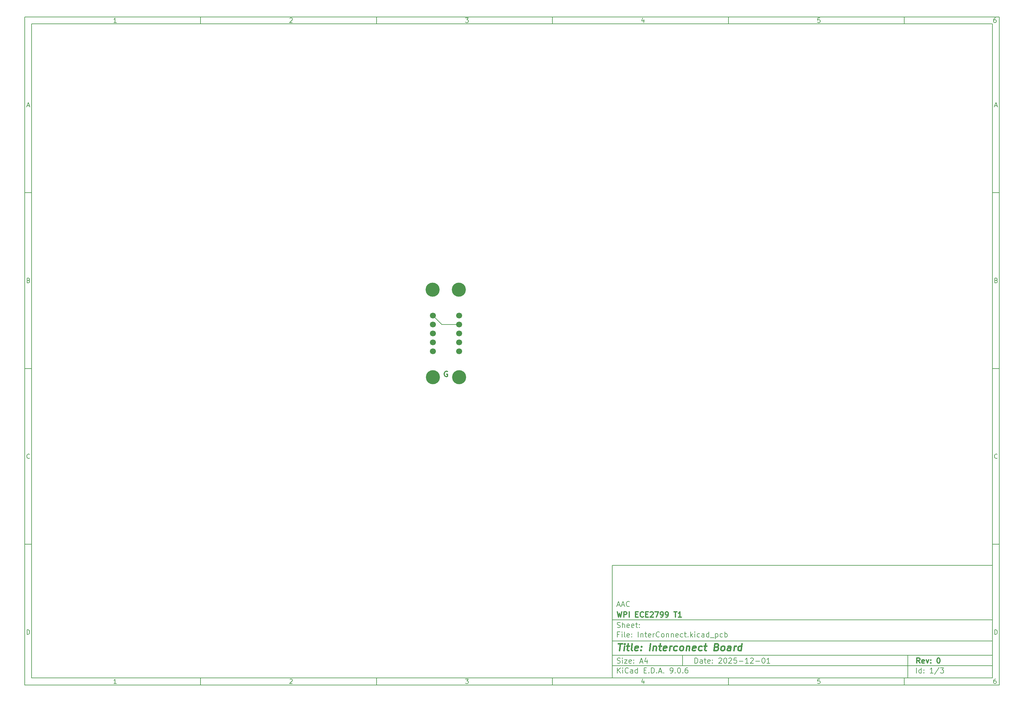
<source format=gbr>
%TF.GenerationSoftware,KiCad,Pcbnew,9.0.6*%
%TF.CreationDate,2025-12-02T11:08:25-05:00*%
%TF.ProjectId,InterConnect,496e7465-7243-46f6-9e6e-6563742e6b69,0*%
%TF.SameCoordinates,Original*%
%TF.FileFunction,Copper,L1,Top*%
%TF.FilePolarity,Positive*%
%FSLAX46Y46*%
G04 Gerber Fmt 4.6, Leading zero omitted, Abs format (unit mm)*
G04 Created by KiCad (PCBNEW 9.0.6) date 2025-12-02 11:08:25*
%MOMM*%
%LPD*%
G01*
G04 APERTURE LIST*
%ADD10C,0.100000*%
%ADD11C,0.150000*%
%ADD12C,0.300000*%
%ADD13C,0.400000*%
%TA.AperFunction,NonConductor*%
%ADD14C,0.300000*%
%TD*%
%TA.AperFunction,ComponentPad*%
%ADD15C,4.000000*%
%TD*%
%TA.AperFunction,ComponentPad*%
%ADD16C,1.700000*%
%TD*%
%TA.AperFunction,Conductor*%
%ADD17C,0.200000*%
%TD*%
G04 APERTURE END LIST*
D10*
D11*
X177002200Y-166007200D02*
X285002200Y-166007200D01*
X285002200Y-198007200D01*
X177002200Y-198007200D01*
X177002200Y-166007200D01*
D10*
D11*
X10000000Y-10000000D02*
X287002200Y-10000000D01*
X287002200Y-200007200D01*
X10000000Y-200007200D01*
X10000000Y-10000000D01*
D10*
D11*
X12000000Y-12000000D02*
X285002200Y-12000000D01*
X285002200Y-198007200D01*
X12000000Y-198007200D01*
X12000000Y-12000000D01*
D10*
D11*
X60000000Y-12000000D02*
X60000000Y-10000000D01*
D10*
D11*
X110000000Y-12000000D02*
X110000000Y-10000000D01*
D10*
D11*
X160000000Y-12000000D02*
X160000000Y-10000000D01*
D10*
D11*
X210000000Y-12000000D02*
X210000000Y-10000000D01*
D10*
D11*
X260000000Y-12000000D02*
X260000000Y-10000000D01*
D10*
D11*
X36089160Y-11593604D02*
X35346303Y-11593604D01*
X35717731Y-11593604D02*
X35717731Y-10293604D01*
X35717731Y-10293604D02*
X35593922Y-10479319D01*
X35593922Y-10479319D02*
X35470112Y-10603128D01*
X35470112Y-10603128D02*
X35346303Y-10665033D01*
D10*
D11*
X85346303Y-10417414D02*
X85408207Y-10355509D01*
X85408207Y-10355509D02*
X85532017Y-10293604D01*
X85532017Y-10293604D02*
X85841541Y-10293604D01*
X85841541Y-10293604D02*
X85965350Y-10355509D01*
X85965350Y-10355509D02*
X86027255Y-10417414D01*
X86027255Y-10417414D02*
X86089160Y-10541223D01*
X86089160Y-10541223D02*
X86089160Y-10665033D01*
X86089160Y-10665033D02*
X86027255Y-10850747D01*
X86027255Y-10850747D02*
X85284398Y-11593604D01*
X85284398Y-11593604D02*
X86089160Y-11593604D01*
D10*
D11*
X135284398Y-10293604D02*
X136089160Y-10293604D01*
X136089160Y-10293604D02*
X135655826Y-10788842D01*
X135655826Y-10788842D02*
X135841541Y-10788842D01*
X135841541Y-10788842D02*
X135965350Y-10850747D01*
X135965350Y-10850747D02*
X136027255Y-10912652D01*
X136027255Y-10912652D02*
X136089160Y-11036461D01*
X136089160Y-11036461D02*
X136089160Y-11345985D01*
X136089160Y-11345985D02*
X136027255Y-11469795D01*
X136027255Y-11469795D02*
X135965350Y-11531700D01*
X135965350Y-11531700D02*
X135841541Y-11593604D01*
X135841541Y-11593604D02*
X135470112Y-11593604D01*
X135470112Y-11593604D02*
X135346303Y-11531700D01*
X135346303Y-11531700D02*
X135284398Y-11469795D01*
D10*
D11*
X185965350Y-10726938D02*
X185965350Y-11593604D01*
X185655826Y-10231700D02*
X185346303Y-11160271D01*
X185346303Y-11160271D02*
X186151064Y-11160271D01*
D10*
D11*
X236027255Y-10293604D02*
X235408207Y-10293604D01*
X235408207Y-10293604D02*
X235346303Y-10912652D01*
X235346303Y-10912652D02*
X235408207Y-10850747D01*
X235408207Y-10850747D02*
X235532017Y-10788842D01*
X235532017Y-10788842D02*
X235841541Y-10788842D01*
X235841541Y-10788842D02*
X235965350Y-10850747D01*
X235965350Y-10850747D02*
X236027255Y-10912652D01*
X236027255Y-10912652D02*
X236089160Y-11036461D01*
X236089160Y-11036461D02*
X236089160Y-11345985D01*
X236089160Y-11345985D02*
X236027255Y-11469795D01*
X236027255Y-11469795D02*
X235965350Y-11531700D01*
X235965350Y-11531700D02*
X235841541Y-11593604D01*
X235841541Y-11593604D02*
X235532017Y-11593604D01*
X235532017Y-11593604D02*
X235408207Y-11531700D01*
X235408207Y-11531700D02*
X235346303Y-11469795D01*
D10*
D11*
X285965350Y-10293604D02*
X285717731Y-10293604D01*
X285717731Y-10293604D02*
X285593922Y-10355509D01*
X285593922Y-10355509D02*
X285532017Y-10417414D01*
X285532017Y-10417414D02*
X285408207Y-10603128D01*
X285408207Y-10603128D02*
X285346303Y-10850747D01*
X285346303Y-10850747D02*
X285346303Y-11345985D01*
X285346303Y-11345985D02*
X285408207Y-11469795D01*
X285408207Y-11469795D02*
X285470112Y-11531700D01*
X285470112Y-11531700D02*
X285593922Y-11593604D01*
X285593922Y-11593604D02*
X285841541Y-11593604D01*
X285841541Y-11593604D02*
X285965350Y-11531700D01*
X285965350Y-11531700D02*
X286027255Y-11469795D01*
X286027255Y-11469795D02*
X286089160Y-11345985D01*
X286089160Y-11345985D02*
X286089160Y-11036461D01*
X286089160Y-11036461D02*
X286027255Y-10912652D01*
X286027255Y-10912652D02*
X285965350Y-10850747D01*
X285965350Y-10850747D02*
X285841541Y-10788842D01*
X285841541Y-10788842D02*
X285593922Y-10788842D01*
X285593922Y-10788842D02*
X285470112Y-10850747D01*
X285470112Y-10850747D02*
X285408207Y-10912652D01*
X285408207Y-10912652D02*
X285346303Y-11036461D01*
D10*
D11*
X60000000Y-198007200D02*
X60000000Y-200007200D01*
D10*
D11*
X110000000Y-198007200D02*
X110000000Y-200007200D01*
D10*
D11*
X160000000Y-198007200D02*
X160000000Y-200007200D01*
D10*
D11*
X210000000Y-198007200D02*
X210000000Y-200007200D01*
D10*
D11*
X260000000Y-198007200D02*
X260000000Y-200007200D01*
D10*
D11*
X36089160Y-199600804D02*
X35346303Y-199600804D01*
X35717731Y-199600804D02*
X35717731Y-198300804D01*
X35717731Y-198300804D02*
X35593922Y-198486519D01*
X35593922Y-198486519D02*
X35470112Y-198610328D01*
X35470112Y-198610328D02*
X35346303Y-198672233D01*
D10*
D11*
X85346303Y-198424614D02*
X85408207Y-198362709D01*
X85408207Y-198362709D02*
X85532017Y-198300804D01*
X85532017Y-198300804D02*
X85841541Y-198300804D01*
X85841541Y-198300804D02*
X85965350Y-198362709D01*
X85965350Y-198362709D02*
X86027255Y-198424614D01*
X86027255Y-198424614D02*
X86089160Y-198548423D01*
X86089160Y-198548423D02*
X86089160Y-198672233D01*
X86089160Y-198672233D02*
X86027255Y-198857947D01*
X86027255Y-198857947D02*
X85284398Y-199600804D01*
X85284398Y-199600804D02*
X86089160Y-199600804D01*
D10*
D11*
X135284398Y-198300804D02*
X136089160Y-198300804D01*
X136089160Y-198300804D02*
X135655826Y-198796042D01*
X135655826Y-198796042D02*
X135841541Y-198796042D01*
X135841541Y-198796042D02*
X135965350Y-198857947D01*
X135965350Y-198857947D02*
X136027255Y-198919852D01*
X136027255Y-198919852D02*
X136089160Y-199043661D01*
X136089160Y-199043661D02*
X136089160Y-199353185D01*
X136089160Y-199353185D02*
X136027255Y-199476995D01*
X136027255Y-199476995D02*
X135965350Y-199538900D01*
X135965350Y-199538900D02*
X135841541Y-199600804D01*
X135841541Y-199600804D02*
X135470112Y-199600804D01*
X135470112Y-199600804D02*
X135346303Y-199538900D01*
X135346303Y-199538900D02*
X135284398Y-199476995D01*
D10*
D11*
X185965350Y-198734138D02*
X185965350Y-199600804D01*
X185655826Y-198238900D02*
X185346303Y-199167471D01*
X185346303Y-199167471D02*
X186151064Y-199167471D01*
D10*
D11*
X236027255Y-198300804D02*
X235408207Y-198300804D01*
X235408207Y-198300804D02*
X235346303Y-198919852D01*
X235346303Y-198919852D02*
X235408207Y-198857947D01*
X235408207Y-198857947D02*
X235532017Y-198796042D01*
X235532017Y-198796042D02*
X235841541Y-198796042D01*
X235841541Y-198796042D02*
X235965350Y-198857947D01*
X235965350Y-198857947D02*
X236027255Y-198919852D01*
X236027255Y-198919852D02*
X236089160Y-199043661D01*
X236089160Y-199043661D02*
X236089160Y-199353185D01*
X236089160Y-199353185D02*
X236027255Y-199476995D01*
X236027255Y-199476995D02*
X235965350Y-199538900D01*
X235965350Y-199538900D02*
X235841541Y-199600804D01*
X235841541Y-199600804D02*
X235532017Y-199600804D01*
X235532017Y-199600804D02*
X235408207Y-199538900D01*
X235408207Y-199538900D02*
X235346303Y-199476995D01*
D10*
D11*
X285965350Y-198300804D02*
X285717731Y-198300804D01*
X285717731Y-198300804D02*
X285593922Y-198362709D01*
X285593922Y-198362709D02*
X285532017Y-198424614D01*
X285532017Y-198424614D02*
X285408207Y-198610328D01*
X285408207Y-198610328D02*
X285346303Y-198857947D01*
X285346303Y-198857947D02*
X285346303Y-199353185D01*
X285346303Y-199353185D02*
X285408207Y-199476995D01*
X285408207Y-199476995D02*
X285470112Y-199538900D01*
X285470112Y-199538900D02*
X285593922Y-199600804D01*
X285593922Y-199600804D02*
X285841541Y-199600804D01*
X285841541Y-199600804D02*
X285965350Y-199538900D01*
X285965350Y-199538900D02*
X286027255Y-199476995D01*
X286027255Y-199476995D02*
X286089160Y-199353185D01*
X286089160Y-199353185D02*
X286089160Y-199043661D01*
X286089160Y-199043661D02*
X286027255Y-198919852D01*
X286027255Y-198919852D02*
X285965350Y-198857947D01*
X285965350Y-198857947D02*
X285841541Y-198796042D01*
X285841541Y-198796042D02*
X285593922Y-198796042D01*
X285593922Y-198796042D02*
X285470112Y-198857947D01*
X285470112Y-198857947D02*
X285408207Y-198919852D01*
X285408207Y-198919852D02*
X285346303Y-199043661D01*
D10*
D11*
X10000000Y-60000000D02*
X12000000Y-60000000D01*
D10*
D11*
X10000000Y-110000000D02*
X12000000Y-110000000D01*
D10*
D11*
X10000000Y-160000000D02*
X12000000Y-160000000D01*
D10*
D11*
X10690476Y-35222176D02*
X11309523Y-35222176D01*
X10566666Y-35593604D02*
X10999999Y-34293604D01*
X10999999Y-34293604D02*
X11433333Y-35593604D01*
D10*
D11*
X11092857Y-84912652D02*
X11278571Y-84974557D01*
X11278571Y-84974557D02*
X11340476Y-85036461D01*
X11340476Y-85036461D02*
X11402380Y-85160271D01*
X11402380Y-85160271D02*
X11402380Y-85345985D01*
X11402380Y-85345985D02*
X11340476Y-85469795D01*
X11340476Y-85469795D02*
X11278571Y-85531700D01*
X11278571Y-85531700D02*
X11154761Y-85593604D01*
X11154761Y-85593604D02*
X10659523Y-85593604D01*
X10659523Y-85593604D02*
X10659523Y-84293604D01*
X10659523Y-84293604D02*
X11092857Y-84293604D01*
X11092857Y-84293604D02*
X11216666Y-84355509D01*
X11216666Y-84355509D02*
X11278571Y-84417414D01*
X11278571Y-84417414D02*
X11340476Y-84541223D01*
X11340476Y-84541223D02*
X11340476Y-84665033D01*
X11340476Y-84665033D02*
X11278571Y-84788842D01*
X11278571Y-84788842D02*
X11216666Y-84850747D01*
X11216666Y-84850747D02*
X11092857Y-84912652D01*
X11092857Y-84912652D02*
X10659523Y-84912652D01*
D10*
D11*
X11402380Y-135469795D02*
X11340476Y-135531700D01*
X11340476Y-135531700D02*
X11154761Y-135593604D01*
X11154761Y-135593604D02*
X11030952Y-135593604D01*
X11030952Y-135593604D02*
X10845238Y-135531700D01*
X10845238Y-135531700D02*
X10721428Y-135407890D01*
X10721428Y-135407890D02*
X10659523Y-135284080D01*
X10659523Y-135284080D02*
X10597619Y-135036461D01*
X10597619Y-135036461D02*
X10597619Y-134850747D01*
X10597619Y-134850747D02*
X10659523Y-134603128D01*
X10659523Y-134603128D02*
X10721428Y-134479319D01*
X10721428Y-134479319D02*
X10845238Y-134355509D01*
X10845238Y-134355509D02*
X11030952Y-134293604D01*
X11030952Y-134293604D02*
X11154761Y-134293604D01*
X11154761Y-134293604D02*
X11340476Y-134355509D01*
X11340476Y-134355509D02*
X11402380Y-134417414D01*
D10*
D11*
X10659523Y-185593604D02*
X10659523Y-184293604D01*
X10659523Y-184293604D02*
X10969047Y-184293604D01*
X10969047Y-184293604D02*
X11154761Y-184355509D01*
X11154761Y-184355509D02*
X11278571Y-184479319D01*
X11278571Y-184479319D02*
X11340476Y-184603128D01*
X11340476Y-184603128D02*
X11402380Y-184850747D01*
X11402380Y-184850747D02*
X11402380Y-185036461D01*
X11402380Y-185036461D02*
X11340476Y-185284080D01*
X11340476Y-185284080D02*
X11278571Y-185407890D01*
X11278571Y-185407890D02*
X11154761Y-185531700D01*
X11154761Y-185531700D02*
X10969047Y-185593604D01*
X10969047Y-185593604D02*
X10659523Y-185593604D01*
D10*
D11*
X287002200Y-60000000D02*
X285002200Y-60000000D01*
D10*
D11*
X287002200Y-110000000D02*
X285002200Y-110000000D01*
D10*
D11*
X287002200Y-160000000D02*
X285002200Y-160000000D01*
D10*
D11*
X285692676Y-35222176D02*
X286311723Y-35222176D01*
X285568866Y-35593604D02*
X286002199Y-34293604D01*
X286002199Y-34293604D02*
X286435533Y-35593604D01*
D10*
D11*
X286095057Y-84912652D02*
X286280771Y-84974557D01*
X286280771Y-84974557D02*
X286342676Y-85036461D01*
X286342676Y-85036461D02*
X286404580Y-85160271D01*
X286404580Y-85160271D02*
X286404580Y-85345985D01*
X286404580Y-85345985D02*
X286342676Y-85469795D01*
X286342676Y-85469795D02*
X286280771Y-85531700D01*
X286280771Y-85531700D02*
X286156961Y-85593604D01*
X286156961Y-85593604D02*
X285661723Y-85593604D01*
X285661723Y-85593604D02*
X285661723Y-84293604D01*
X285661723Y-84293604D02*
X286095057Y-84293604D01*
X286095057Y-84293604D02*
X286218866Y-84355509D01*
X286218866Y-84355509D02*
X286280771Y-84417414D01*
X286280771Y-84417414D02*
X286342676Y-84541223D01*
X286342676Y-84541223D02*
X286342676Y-84665033D01*
X286342676Y-84665033D02*
X286280771Y-84788842D01*
X286280771Y-84788842D02*
X286218866Y-84850747D01*
X286218866Y-84850747D02*
X286095057Y-84912652D01*
X286095057Y-84912652D02*
X285661723Y-84912652D01*
D10*
D11*
X286404580Y-135469795D02*
X286342676Y-135531700D01*
X286342676Y-135531700D02*
X286156961Y-135593604D01*
X286156961Y-135593604D02*
X286033152Y-135593604D01*
X286033152Y-135593604D02*
X285847438Y-135531700D01*
X285847438Y-135531700D02*
X285723628Y-135407890D01*
X285723628Y-135407890D02*
X285661723Y-135284080D01*
X285661723Y-135284080D02*
X285599819Y-135036461D01*
X285599819Y-135036461D02*
X285599819Y-134850747D01*
X285599819Y-134850747D02*
X285661723Y-134603128D01*
X285661723Y-134603128D02*
X285723628Y-134479319D01*
X285723628Y-134479319D02*
X285847438Y-134355509D01*
X285847438Y-134355509D02*
X286033152Y-134293604D01*
X286033152Y-134293604D02*
X286156961Y-134293604D01*
X286156961Y-134293604D02*
X286342676Y-134355509D01*
X286342676Y-134355509D02*
X286404580Y-134417414D01*
D10*
D11*
X285661723Y-185593604D02*
X285661723Y-184293604D01*
X285661723Y-184293604D02*
X285971247Y-184293604D01*
X285971247Y-184293604D02*
X286156961Y-184355509D01*
X286156961Y-184355509D02*
X286280771Y-184479319D01*
X286280771Y-184479319D02*
X286342676Y-184603128D01*
X286342676Y-184603128D02*
X286404580Y-184850747D01*
X286404580Y-184850747D02*
X286404580Y-185036461D01*
X286404580Y-185036461D02*
X286342676Y-185284080D01*
X286342676Y-185284080D02*
X286280771Y-185407890D01*
X286280771Y-185407890D02*
X286156961Y-185531700D01*
X286156961Y-185531700D02*
X285971247Y-185593604D01*
X285971247Y-185593604D02*
X285661723Y-185593604D01*
D10*
D11*
X200458026Y-193793328D02*
X200458026Y-192293328D01*
X200458026Y-192293328D02*
X200815169Y-192293328D01*
X200815169Y-192293328D02*
X201029455Y-192364757D01*
X201029455Y-192364757D02*
X201172312Y-192507614D01*
X201172312Y-192507614D02*
X201243741Y-192650471D01*
X201243741Y-192650471D02*
X201315169Y-192936185D01*
X201315169Y-192936185D02*
X201315169Y-193150471D01*
X201315169Y-193150471D02*
X201243741Y-193436185D01*
X201243741Y-193436185D02*
X201172312Y-193579042D01*
X201172312Y-193579042D02*
X201029455Y-193721900D01*
X201029455Y-193721900D02*
X200815169Y-193793328D01*
X200815169Y-193793328D02*
X200458026Y-193793328D01*
X202600884Y-193793328D02*
X202600884Y-193007614D01*
X202600884Y-193007614D02*
X202529455Y-192864757D01*
X202529455Y-192864757D02*
X202386598Y-192793328D01*
X202386598Y-192793328D02*
X202100884Y-192793328D01*
X202100884Y-192793328D02*
X201958026Y-192864757D01*
X202600884Y-193721900D02*
X202458026Y-193793328D01*
X202458026Y-193793328D02*
X202100884Y-193793328D01*
X202100884Y-193793328D02*
X201958026Y-193721900D01*
X201958026Y-193721900D02*
X201886598Y-193579042D01*
X201886598Y-193579042D02*
X201886598Y-193436185D01*
X201886598Y-193436185D02*
X201958026Y-193293328D01*
X201958026Y-193293328D02*
X202100884Y-193221900D01*
X202100884Y-193221900D02*
X202458026Y-193221900D01*
X202458026Y-193221900D02*
X202600884Y-193150471D01*
X203100884Y-192793328D02*
X203672312Y-192793328D01*
X203315169Y-192293328D02*
X203315169Y-193579042D01*
X203315169Y-193579042D02*
X203386598Y-193721900D01*
X203386598Y-193721900D02*
X203529455Y-193793328D01*
X203529455Y-193793328D02*
X203672312Y-193793328D01*
X204743741Y-193721900D02*
X204600884Y-193793328D01*
X204600884Y-193793328D02*
X204315170Y-193793328D01*
X204315170Y-193793328D02*
X204172312Y-193721900D01*
X204172312Y-193721900D02*
X204100884Y-193579042D01*
X204100884Y-193579042D02*
X204100884Y-193007614D01*
X204100884Y-193007614D02*
X204172312Y-192864757D01*
X204172312Y-192864757D02*
X204315170Y-192793328D01*
X204315170Y-192793328D02*
X204600884Y-192793328D01*
X204600884Y-192793328D02*
X204743741Y-192864757D01*
X204743741Y-192864757D02*
X204815170Y-193007614D01*
X204815170Y-193007614D02*
X204815170Y-193150471D01*
X204815170Y-193150471D02*
X204100884Y-193293328D01*
X205458026Y-193650471D02*
X205529455Y-193721900D01*
X205529455Y-193721900D02*
X205458026Y-193793328D01*
X205458026Y-193793328D02*
X205386598Y-193721900D01*
X205386598Y-193721900D02*
X205458026Y-193650471D01*
X205458026Y-193650471D02*
X205458026Y-193793328D01*
X205458026Y-192864757D02*
X205529455Y-192936185D01*
X205529455Y-192936185D02*
X205458026Y-193007614D01*
X205458026Y-193007614D02*
X205386598Y-192936185D01*
X205386598Y-192936185D02*
X205458026Y-192864757D01*
X205458026Y-192864757D02*
X205458026Y-193007614D01*
X207243741Y-192436185D02*
X207315169Y-192364757D01*
X207315169Y-192364757D02*
X207458027Y-192293328D01*
X207458027Y-192293328D02*
X207815169Y-192293328D01*
X207815169Y-192293328D02*
X207958027Y-192364757D01*
X207958027Y-192364757D02*
X208029455Y-192436185D01*
X208029455Y-192436185D02*
X208100884Y-192579042D01*
X208100884Y-192579042D02*
X208100884Y-192721900D01*
X208100884Y-192721900D02*
X208029455Y-192936185D01*
X208029455Y-192936185D02*
X207172312Y-193793328D01*
X207172312Y-193793328D02*
X208100884Y-193793328D01*
X209029455Y-192293328D02*
X209172312Y-192293328D01*
X209172312Y-192293328D02*
X209315169Y-192364757D01*
X209315169Y-192364757D02*
X209386598Y-192436185D01*
X209386598Y-192436185D02*
X209458026Y-192579042D01*
X209458026Y-192579042D02*
X209529455Y-192864757D01*
X209529455Y-192864757D02*
X209529455Y-193221900D01*
X209529455Y-193221900D02*
X209458026Y-193507614D01*
X209458026Y-193507614D02*
X209386598Y-193650471D01*
X209386598Y-193650471D02*
X209315169Y-193721900D01*
X209315169Y-193721900D02*
X209172312Y-193793328D01*
X209172312Y-193793328D02*
X209029455Y-193793328D01*
X209029455Y-193793328D02*
X208886598Y-193721900D01*
X208886598Y-193721900D02*
X208815169Y-193650471D01*
X208815169Y-193650471D02*
X208743740Y-193507614D01*
X208743740Y-193507614D02*
X208672312Y-193221900D01*
X208672312Y-193221900D02*
X208672312Y-192864757D01*
X208672312Y-192864757D02*
X208743740Y-192579042D01*
X208743740Y-192579042D02*
X208815169Y-192436185D01*
X208815169Y-192436185D02*
X208886598Y-192364757D01*
X208886598Y-192364757D02*
X209029455Y-192293328D01*
X210100883Y-192436185D02*
X210172311Y-192364757D01*
X210172311Y-192364757D02*
X210315169Y-192293328D01*
X210315169Y-192293328D02*
X210672311Y-192293328D01*
X210672311Y-192293328D02*
X210815169Y-192364757D01*
X210815169Y-192364757D02*
X210886597Y-192436185D01*
X210886597Y-192436185D02*
X210958026Y-192579042D01*
X210958026Y-192579042D02*
X210958026Y-192721900D01*
X210958026Y-192721900D02*
X210886597Y-192936185D01*
X210886597Y-192936185D02*
X210029454Y-193793328D01*
X210029454Y-193793328D02*
X210958026Y-193793328D01*
X212315168Y-192293328D02*
X211600882Y-192293328D01*
X211600882Y-192293328D02*
X211529454Y-193007614D01*
X211529454Y-193007614D02*
X211600882Y-192936185D01*
X211600882Y-192936185D02*
X211743740Y-192864757D01*
X211743740Y-192864757D02*
X212100882Y-192864757D01*
X212100882Y-192864757D02*
X212243740Y-192936185D01*
X212243740Y-192936185D02*
X212315168Y-193007614D01*
X212315168Y-193007614D02*
X212386597Y-193150471D01*
X212386597Y-193150471D02*
X212386597Y-193507614D01*
X212386597Y-193507614D02*
X212315168Y-193650471D01*
X212315168Y-193650471D02*
X212243740Y-193721900D01*
X212243740Y-193721900D02*
X212100882Y-193793328D01*
X212100882Y-193793328D02*
X211743740Y-193793328D01*
X211743740Y-193793328D02*
X211600882Y-193721900D01*
X211600882Y-193721900D02*
X211529454Y-193650471D01*
X213029453Y-193221900D02*
X214172311Y-193221900D01*
X215672311Y-193793328D02*
X214815168Y-193793328D01*
X215243739Y-193793328D02*
X215243739Y-192293328D01*
X215243739Y-192293328D02*
X215100882Y-192507614D01*
X215100882Y-192507614D02*
X214958025Y-192650471D01*
X214958025Y-192650471D02*
X214815168Y-192721900D01*
X216243739Y-192436185D02*
X216315167Y-192364757D01*
X216315167Y-192364757D02*
X216458025Y-192293328D01*
X216458025Y-192293328D02*
X216815167Y-192293328D01*
X216815167Y-192293328D02*
X216958025Y-192364757D01*
X216958025Y-192364757D02*
X217029453Y-192436185D01*
X217029453Y-192436185D02*
X217100882Y-192579042D01*
X217100882Y-192579042D02*
X217100882Y-192721900D01*
X217100882Y-192721900D02*
X217029453Y-192936185D01*
X217029453Y-192936185D02*
X216172310Y-193793328D01*
X216172310Y-193793328D02*
X217100882Y-193793328D01*
X217743738Y-193221900D02*
X218886596Y-193221900D01*
X219886596Y-192293328D02*
X220029453Y-192293328D01*
X220029453Y-192293328D02*
X220172310Y-192364757D01*
X220172310Y-192364757D02*
X220243739Y-192436185D01*
X220243739Y-192436185D02*
X220315167Y-192579042D01*
X220315167Y-192579042D02*
X220386596Y-192864757D01*
X220386596Y-192864757D02*
X220386596Y-193221900D01*
X220386596Y-193221900D02*
X220315167Y-193507614D01*
X220315167Y-193507614D02*
X220243739Y-193650471D01*
X220243739Y-193650471D02*
X220172310Y-193721900D01*
X220172310Y-193721900D02*
X220029453Y-193793328D01*
X220029453Y-193793328D02*
X219886596Y-193793328D01*
X219886596Y-193793328D02*
X219743739Y-193721900D01*
X219743739Y-193721900D02*
X219672310Y-193650471D01*
X219672310Y-193650471D02*
X219600881Y-193507614D01*
X219600881Y-193507614D02*
X219529453Y-193221900D01*
X219529453Y-193221900D02*
X219529453Y-192864757D01*
X219529453Y-192864757D02*
X219600881Y-192579042D01*
X219600881Y-192579042D02*
X219672310Y-192436185D01*
X219672310Y-192436185D02*
X219743739Y-192364757D01*
X219743739Y-192364757D02*
X219886596Y-192293328D01*
X221815167Y-193793328D02*
X220958024Y-193793328D01*
X221386595Y-193793328D02*
X221386595Y-192293328D01*
X221386595Y-192293328D02*
X221243738Y-192507614D01*
X221243738Y-192507614D02*
X221100881Y-192650471D01*
X221100881Y-192650471D02*
X220958024Y-192721900D01*
D10*
D11*
X177002200Y-194507200D02*
X285002200Y-194507200D01*
D10*
D11*
X178458026Y-196593328D02*
X178458026Y-195093328D01*
X179315169Y-196593328D02*
X178672312Y-195736185D01*
X179315169Y-195093328D02*
X178458026Y-195950471D01*
X179958026Y-196593328D02*
X179958026Y-195593328D01*
X179958026Y-195093328D02*
X179886598Y-195164757D01*
X179886598Y-195164757D02*
X179958026Y-195236185D01*
X179958026Y-195236185D02*
X180029455Y-195164757D01*
X180029455Y-195164757D02*
X179958026Y-195093328D01*
X179958026Y-195093328D02*
X179958026Y-195236185D01*
X181529455Y-196450471D02*
X181458027Y-196521900D01*
X181458027Y-196521900D02*
X181243741Y-196593328D01*
X181243741Y-196593328D02*
X181100884Y-196593328D01*
X181100884Y-196593328D02*
X180886598Y-196521900D01*
X180886598Y-196521900D02*
X180743741Y-196379042D01*
X180743741Y-196379042D02*
X180672312Y-196236185D01*
X180672312Y-196236185D02*
X180600884Y-195950471D01*
X180600884Y-195950471D02*
X180600884Y-195736185D01*
X180600884Y-195736185D02*
X180672312Y-195450471D01*
X180672312Y-195450471D02*
X180743741Y-195307614D01*
X180743741Y-195307614D02*
X180886598Y-195164757D01*
X180886598Y-195164757D02*
X181100884Y-195093328D01*
X181100884Y-195093328D02*
X181243741Y-195093328D01*
X181243741Y-195093328D02*
X181458027Y-195164757D01*
X181458027Y-195164757D02*
X181529455Y-195236185D01*
X182815170Y-196593328D02*
X182815170Y-195807614D01*
X182815170Y-195807614D02*
X182743741Y-195664757D01*
X182743741Y-195664757D02*
X182600884Y-195593328D01*
X182600884Y-195593328D02*
X182315170Y-195593328D01*
X182315170Y-195593328D02*
X182172312Y-195664757D01*
X182815170Y-196521900D02*
X182672312Y-196593328D01*
X182672312Y-196593328D02*
X182315170Y-196593328D01*
X182315170Y-196593328D02*
X182172312Y-196521900D01*
X182172312Y-196521900D02*
X182100884Y-196379042D01*
X182100884Y-196379042D02*
X182100884Y-196236185D01*
X182100884Y-196236185D02*
X182172312Y-196093328D01*
X182172312Y-196093328D02*
X182315170Y-196021900D01*
X182315170Y-196021900D02*
X182672312Y-196021900D01*
X182672312Y-196021900D02*
X182815170Y-195950471D01*
X184172313Y-196593328D02*
X184172313Y-195093328D01*
X184172313Y-196521900D02*
X184029455Y-196593328D01*
X184029455Y-196593328D02*
X183743741Y-196593328D01*
X183743741Y-196593328D02*
X183600884Y-196521900D01*
X183600884Y-196521900D02*
X183529455Y-196450471D01*
X183529455Y-196450471D02*
X183458027Y-196307614D01*
X183458027Y-196307614D02*
X183458027Y-195879042D01*
X183458027Y-195879042D02*
X183529455Y-195736185D01*
X183529455Y-195736185D02*
X183600884Y-195664757D01*
X183600884Y-195664757D02*
X183743741Y-195593328D01*
X183743741Y-195593328D02*
X184029455Y-195593328D01*
X184029455Y-195593328D02*
X184172313Y-195664757D01*
X186029455Y-195807614D02*
X186529455Y-195807614D01*
X186743741Y-196593328D02*
X186029455Y-196593328D01*
X186029455Y-196593328D02*
X186029455Y-195093328D01*
X186029455Y-195093328D02*
X186743741Y-195093328D01*
X187386598Y-196450471D02*
X187458027Y-196521900D01*
X187458027Y-196521900D02*
X187386598Y-196593328D01*
X187386598Y-196593328D02*
X187315170Y-196521900D01*
X187315170Y-196521900D02*
X187386598Y-196450471D01*
X187386598Y-196450471D02*
X187386598Y-196593328D01*
X188100884Y-196593328D02*
X188100884Y-195093328D01*
X188100884Y-195093328D02*
X188458027Y-195093328D01*
X188458027Y-195093328D02*
X188672313Y-195164757D01*
X188672313Y-195164757D02*
X188815170Y-195307614D01*
X188815170Y-195307614D02*
X188886599Y-195450471D01*
X188886599Y-195450471D02*
X188958027Y-195736185D01*
X188958027Y-195736185D02*
X188958027Y-195950471D01*
X188958027Y-195950471D02*
X188886599Y-196236185D01*
X188886599Y-196236185D02*
X188815170Y-196379042D01*
X188815170Y-196379042D02*
X188672313Y-196521900D01*
X188672313Y-196521900D02*
X188458027Y-196593328D01*
X188458027Y-196593328D02*
X188100884Y-196593328D01*
X189600884Y-196450471D02*
X189672313Y-196521900D01*
X189672313Y-196521900D02*
X189600884Y-196593328D01*
X189600884Y-196593328D02*
X189529456Y-196521900D01*
X189529456Y-196521900D02*
X189600884Y-196450471D01*
X189600884Y-196450471D02*
X189600884Y-196593328D01*
X190243742Y-196164757D02*
X190958028Y-196164757D01*
X190100885Y-196593328D02*
X190600885Y-195093328D01*
X190600885Y-195093328D02*
X191100885Y-196593328D01*
X191600884Y-196450471D02*
X191672313Y-196521900D01*
X191672313Y-196521900D02*
X191600884Y-196593328D01*
X191600884Y-196593328D02*
X191529456Y-196521900D01*
X191529456Y-196521900D02*
X191600884Y-196450471D01*
X191600884Y-196450471D02*
X191600884Y-196593328D01*
X193529456Y-196593328D02*
X193815170Y-196593328D01*
X193815170Y-196593328D02*
X193958027Y-196521900D01*
X193958027Y-196521900D02*
X194029456Y-196450471D01*
X194029456Y-196450471D02*
X194172313Y-196236185D01*
X194172313Y-196236185D02*
X194243742Y-195950471D01*
X194243742Y-195950471D02*
X194243742Y-195379042D01*
X194243742Y-195379042D02*
X194172313Y-195236185D01*
X194172313Y-195236185D02*
X194100885Y-195164757D01*
X194100885Y-195164757D02*
X193958027Y-195093328D01*
X193958027Y-195093328D02*
X193672313Y-195093328D01*
X193672313Y-195093328D02*
X193529456Y-195164757D01*
X193529456Y-195164757D02*
X193458027Y-195236185D01*
X193458027Y-195236185D02*
X193386599Y-195379042D01*
X193386599Y-195379042D02*
X193386599Y-195736185D01*
X193386599Y-195736185D02*
X193458027Y-195879042D01*
X193458027Y-195879042D02*
X193529456Y-195950471D01*
X193529456Y-195950471D02*
X193672313Y-196021900D01*
X193672313Y-196021900D02*
X193958027Y-196021900D01*
X193958027Y-196021900D02*
X194100885Y-195950471D01*
X194100885Y-195950471D02*
X194172313Y-195879042D01*
X194172313Y-195879042D02*
X194243742Y-195736185D01*
X194886598Y-196450471D02*
X194958027Y-196521900D01*
X194958027Y-196521900D02*
X194886598Y-196593328D01*
X194886598Y-196593328D02*
X194815170Y-196521900D01*
X194815170Y-196521900D02*
X194886598Y-196450471D01*
X194886598Y-196450471D02*
X194886598Y-196593328D01*
X195886599Y-195093328D02*
X196029456Y-195093328D01*
X196029456Y-195093328D02*
X196172313Y-195164757D01*
X196172313Y-195164757D02*
X196243742Y-195236185D01*
X196243742Y-195236185D02*
X196315170Y-195379042D01*
X196315170Y-195379042D02*
X196386599Y-195664757D01*
X196386599Y-195664757D02*
X196386599Y-196021900D01*
X196386599Y-196021900D02*
X196315170Y-196307614D01*
X196315170Y-196307614D02*
X196243742Y-196450471D01*
X196243742Y-196450471D02*
X196172313Y-196521900D01*
X196172313Y-196521900D02*
X196029456Y-196593328D01*
X196029456Y-196593328D02*
X195886599Y-196593328D01*
X195886599Y-196593328D02*
X195743742Y-196521900D01*
X195743742Y-196521900D02*
X195672313Y-196450471D01*
X195672313Y-196450471D02*
X195600884Y-196307614D01*
X195600884Y-196307614D02*
X195529456Y-196021900D01*
X195529456Y-196021900D02*
X195529456Y-195664757D01*
X195529456Y-195664757D02*
X195600884Y-195379042D01*
X195600884Y-195379042D02*
X195672313Y-195236185D01*
X195672313Y-195236185D02*
X195743742Y-195164757D01*
X195743742Y-195164757D02*
X195886599Y-195093328D01*
X197029455Y-196450471D02*
X197100884Y-196521900D01*
X197100884Y-196521900D02*
X197029455Y-196593328D01*
X197029455Y-196593328D02*
X196958027Y-196521900D01*
X196958027Y-196521900D02*
X197029455Y-196450471D01*
X197029455Y-196450471D02*
X197029455Y-196593328D01*
X198386599Y-195093328D02*
X198100884Y-195093328D01*
X198100884Y-195093328D02*
X197958027Y-195164757D01*
X197958027Y-195164757D02*
X197886599Y-195236185D01*
X197886599Y-195236185D02*
X197743741Y-195450471D01*
X197743741Y-195450471D02*
X197672313Y-195736185D01*
X197672313Y-195736185D02*
X197672313Y-196307614D01*
X197672313Y-196307614D02*
X197743741Y-196450471D01*
X197743741Y-196450471D02*
X197815170Y-196521900D01*
X197815170Y-196521900D02*
X197958027Y-196593328D01*
X197958027Y-196593328D02*
X198243741Y-196593328D01*
X198243741Y-196593328D02*
X198386599Y-196521900D01*
X198386599Y-196521900D02*
X198458027Y-196450471D01*
X198458027Y-196450471D02*
X198529456Y-196307614D01*
X198529456Y-196307614D02*
X198529456Y-195950471D01*
X198529456Y-195950471D02*
X198458027Y-195807614D01*
X198458027Y-195807614D02*
X198386599Y-195736185D01*
X198386599Y-195736185D02*
X198243741Y-195664757D01*
X198243741Y-195664757D02*
X197958027Y-195664757D01*
X197958027Y-195664757D02*
X197815170Y-195736185D01*
X197815170Y-195736185D02*
X197743741Y-195807614D01*
X197743741Y-195807614D02*
X197672313Y-195950471D01*
D10*
D11*
X177002200Y-191507200D02*
X285002200Y-191507200D01*
D10*
D12*
X264413853Y-193785528D02*
X263913853Y-193071242D01*
X263556710Y-193785528D02*
X263556710Y-192285528D01*
X263556710Y-192285528D02*
X264128139Y-192285528D01*
X264128139Y-192285528D02*
X264270996Y-192356957D01*
X264270996Y-192356957D02*
X264342425Y-192428385D01*
X264342425Y-192428385D02*
X264413853Y-192571242D01*
X264413853Y-192571242D02*
X264413853Y-192785528D01*
X264413853Y-192785528D02*
X264342425Y-192928385D01*
X264342425Y-192928385D02*
X264270996Y-192999814D01*
X264270996Y-192999814D02*
X264128139Y-193071242D01*
X264128139Y-193071242D02*
X263556710Y-193071242D01*
X265628139Y-193714100D02*
X265485282Y-193785528D01*
X265485282Y-193785528D02*
X265199568Y-193785528D01*
X265199568Y-193785528D02*
X265056710Y-193714100D01*
X265056710Y-193714100D02*
X264985282Y-193571242D01*
X264985282Y-193571242D02*
X264985282Y-192999814D01*
X264985282Y-192999814D02*
X265056710Y-192856957D01*
X265056710Y-192856957D02*
X265199568Y-192785528D01*
X265199568Y-192785528D02*
X265485282Y-192785528D01*
X265485282Y-192785528D02*
X265628139Y-192856957D01*
X265628139Y-192856957D02*
X265699568Y-192999814D01*
X265699568Y-192999814D02*
X265699568Y-193142671D01*
X265699568Y-193142671D02*
X264985282Y-193285528D01*
X266199567Y-192785528D02*
X266556710Y-193785528D01*
X266556710Y-193785528D02*
X266913853Y-192785528D01*
X267485281Y-193642671D02*
X267556710Y-193714100D01*
X267556710Y-193714100D02*
X267485281Y-193785528D01*
X267485281Y-193785528D02*
X267413853Y-193714100D01*
X267413853Y-193714100D02*
X267485281Y-193642671D01*
X267485281Y-193642671D02*
X267485281Y-193785528D01*
X267485281Y-192856957D02*
X267556710Y-192928385D01*
X267556710Y-192928385D02*
X267485281Y-192999814D01*
X267485281Y-192999814D02*
X267413853Y-192928385D01*
X267413853Y-192928385D02*
X267485281Y-192856957D01*
X267485281Y-192856957D02*
X267485281Y-192999814D01*
X269628139Y-192285528D02*
X269770996Y-192285528D01*
X269770996Y-192285528D02*
X269913853Y-192356957D01*
X269913853Y-192356957D02*
X269985282Y-192428385D01*
X269985282Y-192428385D02*
X270056710Y-192571242D01*
X270056710Y-192571242D02*
X270128139Y-192856957D01*
X270128139Y-192856957D02*
X270128139Y-193214100D01*
X270128139Y-193214100D02*
X270056710Y-193499814D01*
X270056710Y-193499814D02*
X269985282Y-193642671D01*
X269985282Y-193642671D02*
X269913853Y-193714100D01*
X269913853Y-193714100D02*
X269770996Y-193785528D01*
X269770996Y-193785528D02*
X269628139Y-193785528D01*
X269628139Y-193785528D02*
X269485282Y-193714100D01*
X269485282Y-193714100D02*
X269413853Y-193642671D01*
X269413853Y-193642671D02*
X269342424Y-193499814D01*
X269342424Y-193499814D02*
X269270996Y-193214100D01*
X269270996Y-193214100D02*
X269270996Y-192856957D01*
X269270996Y-192856957D02*
X269342424Y-192571242D01*
X269342424Y-192571242D02*
X269413853Y-192428385D01*
X269413853Y-192428385D02*
X269485282Y-192356957D01*
X269485282Y-192356957D02*
X269628139Y-192285528D01*
D10*
D11*
X178386598Y-193721900D02*
X178600884Y-193793328D01*
X178600884Y-193793328D02*
X178958026Y-193793328D01*
X178958026Y-193793328D02*
X179100884Y-193721900D01*
X179100884Y-193721900D02*
X179172312Y-193650471D01*
X179172312Y-193650471D02*
X179243741Y-193507614D01*
X179243741Y-193507614D02*
X179243741Y-193364757D01*
X179243741Y-193364757D02*
X179172312Y-193221900D01*
X179172312Y-193221900D02*
X179100884Y-193150471D01*
X179100884Y-193150471D02*
X178958026Y-193079042D01*
X178958026Y-193079042D02*
X178672312Y-193007614D01*
X178672312Y-193007614D02*
X178529455Y-192936185D01*
X178529455Y-192936185D02*
X178458026Y-192864757D01*
X178458026Y-192864757D02*
X178386598Y-192721900D01*
X178386598Y-192721900D02*
X178386598Y-192579042D01*
X178386598Y-192579042D02*
X178458026Y-192436185D01*
X178458026Y-192436185D02*
X178529455Y-192364757D01*
X178529455Y-192364757D02*
X178672312Y-192293328D01*
X178672312Y-192293328D02*
X179029455Y-192293328D01*
X179029455Y-192293328D02*
X179243741Y-192364757D01*
X179886597Y-193793328D02*
X179886597Y-192793328D01*
X179886597Y-192293328D02*
X179815169Y-192364757D01*
X179815169Y-192364757D02*
X179886597Y-192436185D01*
X179886597Y-192436185D02*
X179958026Y-192364757D01*
X179958026Y-192364757D02*
X179886597Y-192293328D01*
X179886597Y-192293328D02*
X179886597Y-192436185D01*
X180458026Y-192793328D02*
X181243741Y-192793328D01*
X181243741Y-192793328D02*
X180458026Y-193793328D01*
X180458026Y-193793328D02*
X181243741Y-193793328D01*
X182386598Y-193721900D02*
X182243741Y-193793328D01*
X182243741Y-193793328D02*
X181958027Y-193793328D01*
X181958027Y-193793328D02*
X181815169Y-193721900D01*
X181815169Y-193721900D02*
X181743741Y-193579042D01*
X181743741Y-193579042D02*
X181743741Y-193007614D01*
X181743741Y-193007614D02*
X181815169Y-192864757D01*
X181815169Y-192864757D02*
X181958027Y-192793328D01*
X181958027Y-192793328D02*
X182243741Y-192793328D01*
X182243741Y-192793328D02*
X182386598Y-192864757D01*
X182386598Y-192864757D02*
X182458027Y-193007614D01*
X182458027Y-193007614D02*
X182458027Y-193150471D01*
X182458027Y-193150471D02*
X181743741Y-193293328D01*
X183100883Y-193650471D02*
X183172312Y-193721900D01*
X183172312Y-193721900D02*
X183100883Y-193793328D01*
X183100883Y-193793328D02*
X183029455Y-193721900D01*
X183029455Y-193721900D02*
X183100883Y-193650471D01*
X183100883Y-193650471D02*
X183100883Y-193793328D01*
X183100883Y-192864757D02*
X183172312Y-192936185D01*
X183172312Y-192936185D02*
X183100883Y-193007614D01*
X183100883Y-193007614D02*
X183029455Y-192936185D01*
X183029455Y-192936185D02*
X183100883Y-192864757D01*
X183100883Y-192864757D02*
X183100883Y-193007614D01*
X184886598Y-193364757D02*
X185600884Y-193364757D01*
X184743741Y-193793328D02*
X185243741Y-192293328D01*
X185243741Y-192293328D02*
X185743741Y-193793328D01*
X186886598Y-192793328D02*
X186886598Y-193793328D01*
X186529455Y-192221900D02*
X186172312Y-193293328D01*
X186172312Y-193293328D02*
X187100883Y-193293328D01*
D10*
D11*
X263458026Y-196593328D02*
X263458026Y-195093328D01*
X264815170Y-196593328D02*
X264815170Y-195093328D01*
X264815170Y-196521900D02*
X264672312Y-196593328D01*
X264672312Y-196593328D02*
X264386598Y-196593328D01*
X264386598Y-196593328D02*
X264243741Y-196521900D01*
X264243741Y-196521900D02*
X264172312Y-196450471D01*
X264172312Y-196450471D02*
X264100884Y-196307614D01*
X264100884Y-196307614D02*
X264100884Y-195879042D01*
X264100884Y-195879042D02*
X264172312Y-195736185D01*
X264172312Y-195736185D02*
X264243741Y-195664757D01*
X264243741Y-195664757D02*
X264386598Y-195593328D01*
X264386598Y-195593328D02*
X264672312Y-195593328D01*
X264672312Y-195593328D02*
X264815170Y-195664757D01*
X265529455Y-196450471D02*
X265600884Y-196521900D01*
X265600884Y-196521900D02*
X265529455Y-196593328D01*
X265529455Y-196593328D02*
X265458027Y-196521900D01*
X265458027Y-196521900D02*
X265529455Y-196450471D01*
X265529455Y-196450471D02*
X265529455Y-196593328D01*
X265529455Y-195664757D02*
X265600884Y-195736185D01*
X265600884Y-195736185D02*
X265529455Y-195807614D01*
X265529455Y-195807614D02*
X265458027Y-195736185D01*
X265458027Y-195736185D02*
X265529455Y-195664757D01*
X265529455Y-195664757D02*
X265529455Y-195807614D01*
X268172313Y-196593328D02*
X267315170Y-196593328D01*
X267743741Y-196593328D02*
X267743741Y-195093328D01*
X267743741Y-195093328D02*
X267600884Y-195307614D01*
X267600884Y-195307614D02*
X267458027Y-195450471D01*
X267458027Y-195450471D02*
X267315170Y-195521900D01*
X269886598Y-195021900D02*
X268600884Y-196950471D01*
X270243741Y-195093328D02*
X271172313Y-195093328D01*
X271172313Y-195093328D02*
X270672313Y-195664757D01*
X270672313Y-195664757D02*
X270886598Y-195664757D01*
X270886598Y-195664757D02*
X271029456Y-195736185D01*
X271029456Y-195736185D02*
X271100884Y-195807614D01*
X271100884Y-195807614D02*
X271172313Y-195950471D01*
X271172313Y-195950471D02*
X271172313Y-196307614D01*
X271172313Y-196307614D02*
X271100884Y-196450471D01*
X271100884Y-196450471D02*
X271029456Y-196521900D01*
X271029456Y-196521900D02*
X270886598Y-196593328D01*
X270886598Y-196593328D02*
X270458027Y-196593328D01*
X270458027Y-196593328D02*
X270315170Y-196521900D01*
X270315170Y-196521900D02*
X270243741Y-196450471D01*
D10*
D11*
X177002200Y-187507200D02*
X285002200Y-187507200D01*
D10*
D13*
X178693928Y-188211638D02*
X179836785Y-188211638D01*
X179015357Y-190211638D02*
X179265357Y-188211638D01*
X180253452Y-190211638D02*
X180420119Y-188878304D01*
X180503452Y-188211638D02*
X180396309Y-188306876D01*
X180396309Y-188306876D02*
X180479643Y-188402114D01*
X180479643Y-188402114D02*
X180586786Y-188306876D01*
X180586786Y-188306876D02*
X180503452Y-188211638D01*
X180503452Y-188211638D02*
X180479643Y-188402114D01*
X181086786Y-188878304D02*
X181848690Y-188878304D01*
X181455833Y-188211638D02*
X181241548Y-189925923D01*
X181241548Y-189925923D02*
X181312976Y-190116400D01*
X181312976Y-190116400D02*
X181491548Y-190211638D01*
X181491548Y-190211638D02*
X181682024Y-190211638D01*
X182634405Y-190211638D02*
X182455833Y-190116400D01*
X182455833Y-190116400D02*
X182384405Y-189925923D01*
X182384405Y-189925923D02*
X182598690Y-188211638D01*
X184170119Y-190116400D02*
X183967738Y-190211638D01*
X183967738Y-190211638D02*
X183586785Y-190211638D01*
X183586785Y-190211638D02*
X183408214Y-190116400D01*
X183408214Y-190116400D02*
X183336785Y-189925923D01*
X183336785Y-189925923D02*
X183432024Y-189164019D01*
X183432024Y-189164019D02*
X183551071Y-188973542D01*
X183551071Y-188973542D02*
X183753452Y-188878304D01*
X183753452Y-188878304D02*
X184134404Y-188878304D01*
X184134404Y-188878304D02*
X184312976Y-188973542D01*
X184312976Y-188973542D02*
X184384404Y-189164019D01*
X184384404Y-189164019D02*
X184360595Y-189354495D01*
X184360595Y-189354495D02*
X183384404Y-189544971D01*
X185134405Y-190021161D02*
X185217738Y-190116400D01*
X185217738Y-190116400D02*
X185110595Y-190211638D01*
X185110595Y-190211638D02*
X185027262Y-190116400D01*
X185027262Y-190116400D02*
X185134405Y-190021161D01*
X185134405Y-190021161D02*
X185110595Y-190211638D01*
X185265357Y-188973542D02*
X185348690Y-189068780D01*
X185348690Y-189068780D02*
X185241548Y-189164019D01*
X185241548Y-189164019D02*
X185158214Y-189068780D01*
X185158214Y-189068780D02*
X185265357Y-188973542D01*
X185265357Y-188973542D02*
X185241548Y-189164019D01*
X187586786Y-190211638D02*
X187836786Y-188211638D01*
X188705834Y-188878304D02*
X188539167Y-190211638D01*
X188682024Y-189068780D02*
X188789167Y-188973542D01*
X188789167Y-188973542D02*
X188991548Y-188878304D01*
X188991548Y-188878304D02*
X189277262Y-188878304D01*
X189277262Y-188878304D02*
X189455834Y-188973542D01*
X189455834Y-188973542D02*
X189527262Y-189164019D01*
X189527262Y-189164019D02*
X189396310Y-190211638D01*
X190229644Y-188878304D02*
X190991548Y-188878304D01*
X190598691Y-188211638D02*
X190384406Y-189925923D01*
X190384406Y-189925923D02*
X190455834Y-190116400D01*
X190455834Y-190116400D02*
X190634406Y-190211638D01*
X190634406Y-190211638D02*
X190824882Y-190211638D01*
X192265358Y-190116400D02*
X192062977Y-190211638D01*
X192062977Y-190211638D02*
X191682024Y-190211638D01*
X191682024Y-190211638D02*
X191503453Y-190116400D01*
X191503453Y-190116400D02*
X191432024Y-189925923D01*
X191432024Y-189925923D02*
X191527263Y-189164019D01*
X191527263Y-189164019D02*
X191646310Y-188973542D01*
X191646310Y-188973542D02*
X191848691Y-188878304D01*
X191848691Y-188878304D02*
X192229643Y-188878304D01*
X192229643Y-188878304D02*
X192408215Y-188973542D01*
X192408215Y-188973542D02*
X192479643Y-189164019D01*
X192479643Y-189164019D02*
X192455834Y-189354495D01*
X192455834Y-189354495D02*
X191479643Y-189544971D01*
X193205834Y-190211638D02*
X193372501Y-188878304D01*
X193324882Y-189259257D02*
X193443929Y-189068780D01*
X193443929Y-189068780D02*
X193551072Y-188973542D01*
X193551072Y-188973542D02*
X193753453Y-188878304D01*
X193753453Y-188878304D02*
X193943929Y-188878304D01*
X195312977Y-190116400D02*
X195110596Y-190211638D01*
X195110596Y-190211638D02*
X194729644Y-190211638D01*
X194729644Y-190211638D02*
X194551072Y-190116400D01*
X194551072Y-190116400D02*
X194467739Y-190021161D01*
X194467739Y-190021161D02*
X194396310Y-189830685D01*
X194396310Y-189830685D02*
X194467739Y-189259257D01*
X194467739Y-189259257D02*
X194586786Y-189068780D01*
X194586786Y-189068780D02*
X194693929Y-188973542D01*
X194693929Y-188973542D02*
X194896310Y-188878304D01*
X194896310Y-188878304D02*
X195277263Y-188878304D01*
X195277263Y-188878304D02*
X195455834Y-188973542D01*
X196443930Y-190211638D02*
X196265358Y-190116400D01*
X196265358Y-190116400D02*
X196182025Y-190021161D01*
X196182025Y-190021161D02*
X196110596Y-189830685D01*
X196110596Y-189830685D02*
X196182025Y-189259257D01*
X196182025Y-189259257D02*
X196301072Y-189068780D01*
X196301072Y-189068780D02*
X196408215Y-188973542D01*
X196408215Y-188973542D02*
X196610596Y-188878304D01*
X196610596Y-188878304D02*
X196896310Y-188878304D01*
X196896310Y-188878304D02*
X197074882Y-188973542D01*
X197074882Y-188973542D02*
X197158215Y-189068780D01*
X197158215Y-189068780D02*
X197229644Y-189259257D01*
X197229644Y-189259257D02*
X197158215Y-189830685D01*
X197158215Y-189830685D02*
X197039168Y-190021161D01*
X197039168Y-190021161D02*
X196932025Y-190116400D01*
X196932025Y-190116400D02*
X196729644Y-190211638D01*
X196729644Y-190211638D02*
X196443930Y-190211638D01*
X198134406Y-188878304D02*
X197967739Y-190211638D01*
X198110596Y-189068780D02*
X198217739Y-188973542D01*
X198217739Y-188973542D02*
X198420120Y-188878304D01*
X198420120Y-188878304D02*
X198705834Y-188878304D01*
X198705834Y-188878304D02*
X198884406Y-188973542D01*
X198884406Y-188973542D02*
X198955834Y-189164019D01*
X198955834Y-189164019D02*
X198824882Y-190211638D01*
X200551073Y-190116400D02*
X200348692Y-190211638D01*
X200348692Y-190211638D02*
X199967739Y-190211638D01*
X199967739Y-190211638D02*
X199789168Y-190116400D01*
X199789168Y-190116400D02*
X199717739Y-189925923D01*
X199717739Y-189925923D02*
X199812978Y-189164019D01*
X199812978Y-189164019D02*
X199932025Y-188973542D01*
X199932025Y-188973542D02*
X200134406Y-188878304D01*
X200134406Y-188878304D02*
X200515358Y-188878304D01*
X200515358Y-188878304D02*
X200693930Y-188973542D01*
X200693930Y-188973542D02*
X200765358Y-189164019D01*
X200765358Y-189164019D02*
X200741549Y-189354495D01*
X200741549Y-189354495D02*
X199765358Y-189544971D01*
X202360597Y-190116400D02*
X202158216Y-190211638D01*
X202158216Y-190211638D02*
X201777264Y-190211638D01*
X201777264Y-190211638D02*
X201598692Y-190116400D01*
X201598692Y-190116400D02*
X201515359Y-190021161D01*
X201515359Y-190021161D02*
X201443930Y-189830685D01*
X201443930Y-189830685D02*
X201515359Y-189259257D01*
X201515359Y-189259257D02*
X201634406Y-189068780D01*
X201634406Y-189068780D02*
X201741549Y-188973542D01*
X201741549Y-188973542D02*
X201943930Y-188878304D01*
X201943930Y-188878304D02*
X202324883Y-188878304D01*
X202324883Y-188878304D02*
X202503454Y-188973542D01*
X203086788Y-188878304D02*
X203848692Y-188878304D01*
X203455835Y-188211638D02*
X203241550Y-189925923D01*
X203241550Y-189925923D02*
X203312978Y-190116400D01*
X203312978Y-190116400D02*
X203491550Y-190211638D01*
X203491550Y-190211638D02*
X203682026Y-190211638D01*
X206670121Y-189164019D02*
X206943931Y-189259257D01*
X206943931Y-189259257D02*
X207027264Y-189354495D01*
X207027264Y-189354495D02*
X207098693Y-189544971D01*
X207098693Y-189544971D02*
X207062978Y-189830685D01*
X207062978Y-189830685D02*
X206943931Y-190021161D01*
X206943931Y-190021161D02*
X206836788Y-190116400D01*
X206836788Y-190116400D02*
X206634407Y-190211638D01*
X206634407Y-190211638D02*
X205872502Y-190211638D01*
X205872502Y-190211638D02*
X206122502Y-188211638D01*
X206122502Y-188211638D02*
X206789169Y-188211638D01*
X206789169Y-188211638D02*
X206967740Y-188306876D01*
X206967740Y-188306876D02*
X207051074Y-188402114D01*
X207051074Y-188402114D02*
X207122502Y-188592590D01*
X207122502Y-188592590D02*
X207098693Y-188783066D01*
X207098693Y-188783066D02*
X206979645Y-188973542D01*
X206979645Y-188973542D02*
X206872502Y-189068780D01*
X206872502Y-189068780D02*
X206670121Y-189164019D01*
X206670121Y-189164019D02*
X206003455Y-189164019D01*
X208158217Y-190211638D02*
X207979645Y-190116400D01*
X207979645Y-190116400D02*
X207896312Y-190021161D01*
X207896312Y-190021161D02*
X207824883Y-189830685D01*
X207824883Y-189830685D02*
X207896312Y-189259257D01*
X207896312Y-189259257D02*
X208015359Y-189068780D01*
X208015359Y-189068780D02*
X208122502Y-188973542D01*
X208122502Y-188973542D02*
X208324883Y-188878304D01*
X208324883Y-188878304D02*
X208610597Y-188878304D01*
X208610597Y-188878304D02*
X208789169Y-188973542D01*
X208789169Y-188973542D02*
X208872502Y-189068780D01*
X208872502Y-189068780D02*
X208943931Y-189259257D01*
X208943931Y-189259257D02*
X208872502Y-189830685D01*
X208872502Y-189830685D02*
X208753455Y-190021161D01*
X208753455Y-190021161D02*
X208646312Y-190116400D01*
X208646312Y-190116400D02*
X208443931Y-190211638D01*
X208443931Y-190211638D02*
X208158217Y-190211638D01*
X210539169Y-190211638D02*
X210670121Y-189164019D01*
X210670121Y-189164019D02*
X210598693Y-188973542D01*
X210598693Y-188973542D02*
X210420121Y-188878304D01*
X210420121Y-188878304D02*
X210039169Y-188878304D01*
X210039169Y-188878304D02*
X209836788Y-188973542D01*
X210551074Y-190116400D02*
X210348693Y-190211638D01*
X210348693Y-190211638D02*
X209872502Y-190211638D01*
X209872502Y-190211638D02*
X209693931Y-190116400D01*
X209693931Y-190116400D02*
X209622502Y-189925923D01*
X209622502Y-189925923D02*
X209646312Y-189735447D01*
X209646312Y-189735447D02*
X209765360Y-189544971D01*
X209765360Y-189544971D02*
X209967741Y-189449733D01*
X209967741Y-189449733D02*
X210443931Y-189449733D01*
X210443931Y-189449733D02*
X210646312Y-189354495D01*
X211491550Y-190211638D02*
X211658217Y-188878304D01*
X211610598Y-189259257D02*
X211729645Y-189068780D01*
X211729645Y-189068780D02*
X211836788Y-188973542D01*
X211836788Y-188973542D02*
X212039169Y-188878304D01*
X212039169Y-188878304D02*
X212229645Y-188878304D01*
X213586788Y-190211638D02*
X213836788Y-188211638D01*
X213598693Y-190116400D02*
X213396312Y-190211638D01*
X213396312Y-190211638D02*
X213015360Y-190211638D01*
X213015360Y-190211638D02*
X212836788Y-190116400D01*
X212836788Y-190116400D02*
X212753455Y-190021161D01*
X212753455Y-190021161D02*
X212682026Y-189830685D01*
X212682026Y-189830685D02*
X212753455Y-189259257D01*
X212753455Y-189259257D02*
X212872502Y-189068780D01*
X212872502Y-189068780D02*
X212979645Y-188973542D01*
X212979645Y-188973542D02*
X213182026Y-188878304D01*
X213182026Y-188878304D02*
X213562979Y-188878304D01*
X213562979Y-188878304D02*
X213741550Y-188973542D01*
D10*
D11*
X178958026Y-185607614D02*
X178458026Y-185607614D01*
X178458026Y-186393328D02*
X178458026Y-184893328D01*
X178458026Y-184893328D02*
X179172312Y-184893328D01*
X179743740Y-186393328D02*
X179743740Y-185393328D01*
X179743740Y-184893328D02*
X179672312Y-184964757D01*
X179672312Y-184964757D02*
X179743740Y-185036185D01*
X179743740Y-185036185D02*
X179815169Y-184964757D01*
X179815169Y-184964757D02*
X179743740Y-184893328D01*
X179743740Y-184893328D02*
X179743740Y-185036185D01*
X180672312Y-186393328D02*
X180529455Y-186321900D01*
X180529455Y-186321900D02*
X180458026Y-186179042D01*
X180458026Y-186179042D02*
X180458026Y-184893328D01*
X181815169Y-186321900D02*
X181672312Y-186393328D01*
X181672312Y-186393328D02*
X181386598Y-186393328D01*
X181386598Y-186393328D02*
X181243740Y-186321900D01*
X181243740Y-186321900D02*
X181172312Y-186179042D01*
X181172312Y-186179042D02*
X181172312Y-185607614D01*
X181172312Y-185607614D02*
X181243740Y-185464757D01*
X181243740Y-185464757D02*
X181386598Y-185393328D01*
X181386598Y-185393328D02*
X181672312Y-185393328D01*
X181672312Y-185393328D02*
X181815169Y-185464757D01*
X181815169Y-185464757D02*
X181886598Y-185607614D01*
X181886598Y-185607614D02*
X181886598Y-185750471D01*
X181886598Y-185750471D02*
X181172312Y-185893328D01*
X182529454Y-186250471D02*
X182600883Y-186321900D01*
X182600883Y-186321900D02*
X182529454Y-186393328D01*
X182529454Y-186393328D02*
X182458026Y-186321900D01*
X182458026Y-186321900D02*
X182529454Y-186250471D01*
X182529454Y-186250471D02*
X182529454Y-186393328D01*
X182529454Y-185464757D02*
X182600883Y-185536185D01*
X182600883Y-185536185D02*
X182529454Y-185607614D01*
X182529454Y-185607614D02*
X182458026Y-185536185D01*
X182458026Y-185536185D02*
X182529454Y-185464757D01*
X182529454Y-185464757D02*
X182529454Y-185607614D01*
X184386597Y-186393328D02*
X184386597Y-184893328D01*
X185100883Y-185393328D02*
X185100883Y-186393328D01*
X185100883Y-185536185D02*
X185172312Y-185464757D01*
X185172312Y-185464757D02*
X185315169Y-185393328D01*
X185315169Y-185393328D02*
X185529455Y-185393328D01*
X185529455Y-185393328D02*
X185672312Y-185464757D01*
X185672312Y-185464757D02*
X185743741Y-185607614D01*
X185743741Y-185607614D02*
X185743741Y-186393328D01*
X186243741Y-185393328D02*
X186815169Y-185393328D01*
X186458026Y-184893328D02*
X186458026Y-186179042D01*
X186458026Y-186179042D02*
X186529455Y-186321900D01*
X186529455Y-186321900D02*
X186672312Y-186393328D01*
X186672312Y-186393328D02*
X186815169Y-186393328D01*
X187886598Y-186321900D02*
X187743741Y-186393328D01*
X187743741Y-186393328D02*
X187458027Y-186393328D01*
X187458027Y-186393328D02*
X187315169Y-186321900D01*
X187315169Y-186321900D02*
X187243741Y-186179042D01*
X187243741Y-186179042D02*
X187243741Y-185607614D01*
X187243741Y-185607614D02*
X187315169Y-185464757D01*
X187315169Y-185464757D02*
X187458027Y-185393328D01*
X187458027Y-185393328D02*
X187743741Y-185393328D01*
X187743741Y-185393328D02*
X187886598Y-185464757D01*
X187886598Y-185464757D02*
X187958027Y-185607614D01*
X187958027Y-185607614D02*
X187958027Y-185750471D01*
X187958027Y-185750471D02*
X187243741Y-185893328D01*
X188600883Y-186393328D02*
X188600883Y-185393328D01*
X188600883Y-185679042D02*
X188672312Y-185536185D01*
X188672312Y-185536185D02*
X188743741Y-185464757D01*
X188743741Y-185464757D02*
X188886598Y-185393328D01*
X188886598Y-185393328D02*
X189029455Y-185393328D01*
X190386597Y-186250471D02*
X190315169Y-186321900D01*
X190315169Y-186321900D02*
X190100883Y-186393328D01*
X190100883Y-186393328D02*
X189958026Y-186393328D01*
X189958026Y-186393328D02*
X189743740Y-186321900D01*
X189743740Y-186321900D02*
X189600883Y-186179042D01*
X189600883Y-186179042D02*
X189529454Y-186036185D01*
X189529454Y-186036185D02*
X189458026Y-185750471D01*
X189458026Y-185750471D02*
X189458026Y-185536185D01*
X189458026Y-185536185D02*
X189529454Y-185250471D01*
X189529454Y-185250471D02*
X189600883Y-185107614D01*
X189600883Y-185107614D02*
X189743740Y-184964757D01*
X189743740Y-184964757D02*
X189958026Y-184893328D01*
X189958026Y-184893328D02*
X190100883Y-184893328D01*
X190100883Y-184893328D02*
X190315169Y-184964757D01*
X190315169Y-184964757D02*
X190386597Y-185036185D01*
X191243740Y-186393328D02*
X191100883Y-186321900D01*
X191100883Y-186321900D02*
X191029454Y-186250471D01*
X191029454Y-186250471D02*
X190958026Y-186107614D01*
X190958026Y-186107614D02*
X190958026Y-185679042D01*
X190958026Y-185679042D02*
X191029454Y-185536185D01*
X191029454Y-185536185D02*
X191100883Y-185464757D01*
X191100883Y-185464757D02*
X191243740Y-185393328D01*
X191243740Y-185393328D02*
X191458026Y-185393328D01*
X191458026Y-185393328D02*
X191600883Y-185464757D01*
X191600883Y-185464757D02*
X191672312Y-185536185D01*
X191672312Y-185536185D02*
X191743740Y-185679042D01*
X191743740Y-185679042D02*
X191743740Y-186107614D01*
X191743740Y-186107614D02*
X191672312Y-186250471D01*
X191672312Y-186250471D02*
X191600883Y-186321900D01*
X191600883Y-186321900D02*
X191458026Y-186393328D01*
X191458026Y-186393328D02*
X191243740Y-186393328D01*
X192386597Y-185393328D02*
X192386597Y-186393328D01*
X192386597Y-185536185D02*
X192458026Y-185464757D01*
X192458026Y-185464757D02*
X192600883Y-185393328D01*
X192600883Y-185393328D02*
X192815169Y-185393328D01*
X192815169Y-185393328D02*
X192958026Y-185464757D01*
X192958026Y-185464757D02*
X193029455Y-185607614D01*
X193029455Y-185607614D02*
X193029455Y-186393328D01*
X193743740Y-185393328D02*
X193743740Y-186393328D01*
X193743740Y-185536185D02*
X193815169Y-185464757D01*
X193815169Y-185464757D02*
X193958026Y-185393328D01*
X193958026Y-185393328D02*
X194172312Y-185393328D01*
X194172312Y-185393328D02*
X194315169Y-185464757D01*
X194315169Y-185464757D02*
X194386598Y-185607614D01*
X194386598Y-185607614D02*
X194386598Y-186393328D01*
X195672312Y-186321900D02*
X195529455Y-186393328D01*
X195529455Y-186393328D02*
X195243741Y-186393328D01*
X195243741Y-186393328D02*
X195100883Y-186321900D01*
X195100883Y-186321900D02*
X195029455Y-186179042D01*
X195029455Y-186179042D02*
X195029455Y-185607614D01*
X195029455Y-185607614D02*
X195100883Y-185464757D01*
X195100883Y-185464757D02*
X195243741Y-185393328D01*
X195243741Y-185393328D02*
X195529455Y-185393328D01*
X195529455Y-185393328D02*
X195672312Y-185464757D01*
X195672312Y-185464757D02*
X195743741Y-185607614D01*
X195743741Y-185607614D02*
X195743741Y-185750471D01*
X195743741Y-185750471D02*
X195029455Y-185893328D01*
X197029455Y-186321900D02*
X196886597Y-186393328D01*
X196886597Y-186393328D02*
X196600883Y-186393328D01*
X196600883Y-186393328D02*
X196458026Y-186321900D01*
X196458026Y-186321900D02*
X196386597Y-186250471D01*
X196386597Y-186250471D02*
X196315169Y-186107614D01*
X196315169Y-186107614D02*
X196315169Y-185679042D01*
X196315169Y-185679042D02*
X196386597Y-185536185D01*
X196386597Y-185536185D02*
X196458026Y-185464757D01*
X196458026Y-185464757D02*
X196600883Y-185393328D01*
X196600883Y-185393328D02*
X196886597Y-185393328D01*
X196886597Y-185393328D02*
X197029455Y-185464757D01*
X197458026Y-185393328D02*
X198029454Y-185393328D01*
X197672311Y-184893328D02*
X197672311Y-186179042D01*
X197672311Y-186179042D02*
X197743740Y-186321900D01*
X197743740Y-186321900D02*
X197886597Y-186393328D01*
X197886597Y-186393328D02*
X198029454Y-186393328D01*
X198529454Y-186250471D02*
X198600883Y-186321900D01*
X198600883Y-186321900D02*
X198529454Y-186393328D01*
X198529454Y-186393328D02*
X198458026Y-186321900D01*
X198458026Y-186321900D02*
X198529454Y-186250471D01*
X198529454Y-186250471D02*
X198529454Y-186393328D01*
X199243740Y-186393328D02*
X199243740Y-184893328D01*
X199386598Y-185821900D02*
X199815169Y-186393328D01*
X199815169Y-185393328D02*
X199243740Y-185964757D01*
X200458026Y-186393328D02*
X200458026Y-185393328D01*
X200458026Y-184893328D02*
X200386598Y-184964757D01*
X200386598Y-184964757D02*
X200458026Y-185036185D01*
X200458026Y-185036185D02*
X200529455Y-184964757D01*
X200529455Y-184964757D02*
X200458026Y-184893328D01*
X200458026Y-184893328D02*
X200458026Y-185036185D01*
X201815170Y-186321900D02*
X201672312Y-186393328D01*
X201672312Y-186393328D02*
X201386598Y-186393328D01*
X201386598Y-186393328D02*
X201243741Y-186321900D01*
X201243741Y-186321900D02*
X201172312Y-186250471D01*
X201172312Y-186250471D02*
X201100884Y-186107614D01*
X201100884Y-186107614D02*
X201100884Y-185679042D01*
X201100884Y-185679042D02*
X201172312Y-185536185D01*
X201172312Y-185536185D02*
X201243741Y-185464757D01*
X201243741Y-185464757D02*
X201386598Y-185393328D01*
X201386598Y-185393328D02*
X201672312Y-185393328D01*
X201672312Y-185393328D02*
X201815170Y-185464757D01*
X203100884Y-186393328D02*
X203100884Y-185607614D01*
X203100884Y-185607614D02*
X203029455Y-185464757D01*
X203029455Y-185464757D02*
X202886598Y-185393328D01*
X202886598Y-185393328D02*
X202600884Y-185393328D01*
X202600884Y-185393328D02*
X202458026Y-185464757D01*
X203100884Y-186321900D02*
X202958026Y-186393328D01*
X202958026Y-186393328D02*
X202600884Y-186393328D01*
X202600884Y-186393328D02*
X202458026Y-186321900D01*
X202458026Y-186321900D02*
X202386598Y-186179042D01*
X202386598Y-186179042D02*
X202386598Y-186036185D01*
X202386598Y-186036185D02*
X202458026Y-185893328D01*
X202458026Y-185893328D02*
X202600884Y-185821900D01*
X202600884Y-185821900D02*
X202958026Y-185821900D01*
X202958026Y-185821900D02*
X203100884Y-185750471D01*
X204458027Y-186393328D02*
X204458027Y-184893328D01*
X204458027Y-186321900D02*
X204315169Y-186393328D01*
X204315169Y-186393328D02*
X204029455Y-186393328D01*
X204029455Y-186393328D02*
X203886598Y-186321900D01*
X203886598Y-186321900D02*
X203815169Y-186250471D01*
X203815169Y-186250471D02*
X203743741Y-186107614D01*
X203743741Y-186107614D02*
X203743741Y-185679042D01*
X203743741Y-185679042D02*
X203815169Y-185536185D01*
X203815169Y-185536185D02*
X203886598Y-185464757D01*
X203886598Y-185464757D02*
X204029455Y-185393328D01*
X204029455Y-185393328D02*
X204315169Y-185393328D01*
X204315169Y-185393328D02*
X204458027Y-185464757D01*
X204815170Y-186536185D02*
X205958027Y-186536185D01*
X206315169Y-185393328D02*
X206315169Y-186893328D01*
X206315169Y-185464757D02*
X206458027Y-185393328D01*
X206458027Y-185393328D02*
X206743741Y-185393328D01*
X206743741Y-185393328D02*
X206886598Y-185464757D01*
X206886598Y-185464757D02*
X206958027Y-185536185D01*
X206958027Y-185536185D02*
X207029455Y-185679042D01*
X207029455Y-185679042D02*
X207029455Y-186107614D01*
X207029455Y-186107614D02*
X206958027Y-186250471D01*
X206958027Y-186250471D02*
X206886598Y-186321900D01*
X206886598Y-186321900D02*
X206743741Y-186393328D01*
X206743741Y-186393328D02*
X206458027Y-186393328D01*
X206458027Y-186393328D02*
X206315169Y-186321900D01*
X208315170Y-186321900D02*
X208172312Y-186393328D01*
X208172312Y-186393328D02*
X207886598Y-186393328D01*
X207886598Y-186393328D02*
X207743741Y-186321900D01*
X207743741Y-186321900D02*
X207672312Y-186250471D01*
X207672312Y-186250471D02*
X207600884Y-186107614D01*
X207600884Y-186107614D02*
X207600884Y-185679042D01*
X207600884Y-185679042D02*
X207672312Y-185536185D01*
X207672312Y-185536185D02*
X207743741Y-185464757D01*
X207743741Y-185464757D02*
X207886598Y-185393328D01*
X207886598Y-185393328D02*
X208172312Y-185393328D01*
X208172312Y-185393328D02*
X208315170Y-185464757D01*
X208958026Y-186393328D02*
X208958026Y-184893328D01*
X208958026Y-185464757D02*
X209100884Y-185393328D01*
X209100884Y-185393328D02*
X209386598Y-185393328D01*
X209386598Y-185393328D02*
X209529455Y-185464757D01*
X209529455Y-185464757D02*
X209600884Y-185536185D01*
X209600884Y-185536185D02*
X209672312Y-185679042D01*
X209672312Y-185679042D02*
X209672312Y-186107614D01*
X209672312Y-186107614D02*
X209600884Y-186250471D01*
X209600884Y-186250471D02*
X209529455Y-186321900D01*
X209529455Y-186321900D02*
X209386598Y-186393328D01*
X209386598Y-186393328D02*
X209100884Y-186393328D01*
X209100884Y-186393328D02*
X208958026Y-186321900D01*
D10*
D11*
X177002200Y-181507200D02*
X285002200Y-181507200D01*
D10*
D11*
X178386598Y-183621900D02*
X178600884Y-183693328D01*
X178600884Y-183693328D02*
X178958026Y-183693328D01*
X178958026Y-183693328D02*
X179100884Y-183621900D01*
X179100884Y-183621900D02*
X179172312Y-183550471D01*
X179172312Y-183550471D02*
X179243741Y-183407614D01*
X179243741Y-183407614D02*
X179243741Y-183264757D01*
X179243741Y-183264757D02*
X179172312Y-183121900D01*
X179172312Y-183121900D02*
X179100884Y-183050471D01*
X179100884Y-183050471D02*
X178958026Y-182979042D01*
X178958026Y-182979042D02*
X178672312Y-182907614D01*
X178672312Y-182907614D02*
X178529455Y-182836185D01*
X178529455Y-182836185D02*
X178458026Y-182764757D01*
X178458026Y-182764757D02*
X178386598Y-182621900D01*
X178386598Y-182621900D02*
X178386598Y-182479042D01*
X178386598Y-182479042D02*
X178458026Y-182336185D01*
X178458026Y-182336185D02*
X178529455Y-182264757D01*
X178529455Y-182264757D02*
X178672312Y-182193328D01*
X178672312Y-182193328D02*
X179029455Y-182193328D01*
X179029455Y-182193328D02*
X179243741Y-182264757D01*
X179886597Y-183693328D02*
X179886597Y-182193328D01*
X180529455Y-183693328D02*
X180529455Y-182907614D01*
X180529455Y-182907614D02*
X180458026Y-182764757D01*
X180458026Y-182764757D02*
X180315169Y-182693328D01*
X180315169Y-182693328D02*
X180100883Y-182693328D01*
X180100883Y-182693328D02*
X179958026Y-182764757D01*
X179958026Y-182764757D02*
X179886597Y-182836185D01*
X181815169Y-183621900D02*
X181672312Y-183693328D01*
X181672312Y-183693328D02*
X181386598Y-183693328D01*
X181386598Y-183693328D02*
X181243740Y-183621900D01*
X181243740Y-183621900D02*
X181172312Y-183479042D01*
X181172312Y-183479042D02*
X181172312Y-182907614D01*
X181172312Y-182907614D02*
X181243740Y-182764757D01*
X181243740Y-182764757D02*
X181386598Y-182693328D01*
X181386598Y-182693328D02*
X181672312Y-182693328D01*
X181672312Y-182693328D02*
X181815169Y-182764757D01*
X181815169Y-182764757D02*
X181886598Y-182907614D01*
X181886598Y-182907614D02*
X181886598Y-183050471D01*
X181886598Y-183050471D02*
X181172312Y-183193328D01*
X183100883Y-183621900D02*
X182958026Y-183693328D01*
X182958026Y-183693328D02*
X182672312Y-183693328D01*
X182672312Y-183693328D02*
X182529454Y-183621900D01*
X182529454Y-183621900D02*
X182458026Y-183479042D01*
X182458026Y-183479042D02*
X182458026Y-182907614D01*
X182458026Y-182907614D02*
X182529454Y-182764757D01*
X182529454Y-182764757D02*
X182672312Y-182693328D01*
X182672312Y-182693328D02*
X182958026Y-182693328D01*
X182958026Y-182693328D02*
X183100883Y-182764757D01*
X183100883Y-182764757D02*
X183172312Y-182907614D01*
X183172312Y-182907614D02*
X183172312Y-183050471D01*
X183172312Y-183050471D02*
X182458026Y-183193328D01*
X183600883Y-182693328D02*
X184172311Y-182693328D01*
X183815168Y-182193328D02*
X183815168Y-183479042D01*
X183815168Y-183479042D02*
X183886597Y-183621900D01*
X183886597Y-183621900D02*
X184029454Y-183693328D01*
X184029454Y-183693328D02*
X184172311Y-183693328D01*
X184672311Y-183550471D02*
X184743740Y-183621900D01*
X184743740Y-183621900D02*
X184672311Y-183693328D01*
X184672311Y-183693328D02*
X184600883Y-183621900D01*
X184600883Y-183621900D02*
X184672311Y-183550471D01*
X184672311Y-183550471D02*
X184672311Y-183693328D01*
X184672311Y-182764757D02*
X184743740Y-182836185D01*
X184743740Y-182836185D02*
X184672311Y-182907614D01*
X184672311Y-182907614D02*
X184600883Y-182836185D01*
X184600883Y-182836185D02*
X184672311Y-182764757D01*
X184672311Y-182764757D02*
X184672311Y-182907614D01*
D10*
D12*
X178413853Y-179185528D02*
X178770996Y-180685528D01*
X178770996Y-180685528D02*
X179056710Y-179614100D01*
X179056710Y-179614100D02*
X179342425Y-180685528D01*
X179342425Y-180685528D02*
X179699568Y-179185528D01*
X180270996Y-180685528D02*
X180270996Y-179185528D01*
X180270996Y-179185528D02*
X180842425Y-179185528D01*
X180842425Y-179185528D02*
X180985282Y-179256957D01*
X180985282Y-179256957D02*
X181056711Y-179328385D01*
X181056711Y-179328385D02*
X181128139Y-179471242D01*
X181128139Y-179471242D02*
X181128139Y-179685528D01*
X181128139Y-179685528D02*
X181056711Y-179828385D01*
X181056711Y-179828385D02*
X180985282Y-179899814D01*
X180985282Y-179899814D02*
X180842425Y-179971242D01*
X180842425Y-179971242D02*
X180270996Y-179971242D01*
X181770996Y-180685528D02*
X181770996Y-179185528D01*
X183628139Y-179899814D02*
X184128139Y-179899814D01*
X184342425Y-180685528D02*
X183628139Y-180685528D01*
X183628139Y-180685528D02*
X183628139Y-179185528D01*
X183628139Y-179185528D02*
X184342425Y-179185528D01*
X185842425Y-180542671D02*
X185770997Y-180614100D01*
X185770997Y-180614100D02*
X185556711Y-180685528D01*
X185556711Y-180685528D02*
X185413854Y-180685528D01*
X185413854Y-180685528D02*
X185199568Y-180614100D01*
X185199568Y-180614100D02*
X185056711Y-180471242D01*
X185056711Y-180471242D02*
X184985282Y-180328385D01*
X184985282Y-180328385D02*
X184913854Y-180042671D01*
X184913854Y-180042671D02*
X184913854Y-179828385D01*
X184913854Y-179828385D02*
X184985282Y-179542671D01*
X184985282Y-179542671D02*
X185056711Y-179399814D01*
X185056711Y-179399814D02*
X185199568Y-179256957D01*
X185199568Y-179256957D02*
X185413854Y-179185528D01*
X185413854Y-179185528D02*
X185556711Y-179185528D01*
X185556711Y-179185528D02*
X185770997Y-179256957D01*
X185770997Y-179256957D02*
X185842425Y-179328385D01*
X186485282Y-179899814D02*
X186985282Y-179899814D01*
X187199568Y-180685528D02*
X186485282Y-180685528D01*
X186485282Y-180685528D02*
X186485282Y-179185528D01*
X186485282Y-179185528D02*
X187199568Y-179185528D01*
X187770997Y-179328385D02*
X187842425Y-179256957D01*
X187842425Y-179256957D02*
X187985283Y-179185528D01*
X187985283Y-179185528D02*
X188342425Y-179185528D01*
X188342425Y-179185528D02*
X188485283Y-179256957D01*
X188485283Y-179256957D02*
X188556711Y-179328385D01*
X188556711Y-179328385D02*
X188628140Y-179471242D01*
X188628140Y-179471242D02*
X188628140Y-179614100D01*
X188628140Y-179614100D02*
X188556711Y-179828385D01*
X188556711Y-179828385D02*
X187699568Y-180685528D01*
X187699568Y-180685528D02*
X188628140Y-180685528D01*
X189128139Y-179185528D02*
X190128139Y-179185528D01*
X190128139Y-179185528D02*
X189485282Y-180685528D01*
X190770996Y-180685528D02*
X191056710Y-180685528D01*
X191056710Y-180685528D02*
X191199567Y-180614100D01*
X191199567Y-180614100D02*
X191270996Y-180542671D01*
X191270996Y-180542671D02*
X191413853Y-180328385D01*
X191413853Y-180328385D02*
X191485282Y-180042671D01*
X191485282Y-180042671D02*
X191485282Y-179471242D01*
X191485282Y-179471242D02*
X191413853Y-179328385D01*
X191413853Y-179328385D02*
X191342425Y-179256957D01*
X191342425Y-179256957D02*
X191199567Y-179185528D01*
X191199567Y-179185528D02*
X190913853Y-179185528D01*
X190913853Y-179185528D02*
X190770996Y-179256957D01*
X190770996Y-179256957D02*
X190699567Y-179328385D01*
X190699567Y-179328385D02*
X190628139Y-179471242D01*
X190628139Y-179471242D02*
X190628139Y-179828385D01*
X190628139Y-179828385D02*
X190699567Y-179971242D01*
X190699567Y-179971242D02*
X190770996Y-180042671D01*
X190770996Y-180042671D02*
X190913853Y-180114100D01*
X190913853Y-180114100D02*
X191199567Y-180114100D01*
X191199567Y-180114100D02*
X191342425Y-180042671D01*
X191342425Y-180042671D02*
X191413853Y-179971242D01*
X191413853Y-179971242D02*
X191485282Y-179828385D01*
X192199567Y-180685528D02*
X192485281Y-180685528D01*
X192485281Y-180685528D02*
X192628138Y-180614100D01*
X192628138Y-180614100D02*
X192699567Y-180542671D01*
X192699567Y-180542671D02*
X192842424Y-180328385D01*
X192842424Y-180328385D02*
X192913853Y-180042671D01*
X192913853Y-180042671D02*
X192913853Y-179471242D01*
X192913853Y-179471242D02*
X192842424Y-179328385D01*
X192842424Y-179328385D02*
X192770996Y-179256957D01*
X192770996Y-179256957D02*
X192628138Y-179185528D01*
X192628138Y-179185528D02*
X192342424Y-179185528D01*
X192342424Y-179185528D02*
X192199567Y-179256957D01*
X192199567Y-179256957D02*
X192128138Y-179328385D01*
X192128138Y-179328385D02*
X192056710Y-179471242D01*
X192056710Y-179471242D02*
X192056710Y-179828385D01*
X192056710Y-179828385D02*
X192128138Y-179971242D01*
X192128138Y-179971242D02*
X192199567Y-180042671D01*
X192199567Y-180042671D02*
X192342424Y-180114100D01*
X192342424Y-180114100D02*
X192628138Y-180114100D01*
X192628138Y-180114100D02*
X192770996Y-180042671D01*
X192770996Y-180042671D02*
X192842424Y-179971242D01*
X192842424Y-179971242D02*
X192913853Y-179828385D01*
X194485281Y-179185528D02*
X195342424Y-179185528D01*
X194913852Y-180685528D02*
X194913852Y-179185528D01*
X196628138Y-180685528D02*
X195770995Y-180685528D01*
X196199566Y-180685528D02*
X196199566Y-179185528D01*
X196199566Y-179185528D02*
X196056709Y-179399814D01*
X196056709Y-179399814D02*
X195913852Y-179542671D01*
X195913852Y-179542671D02*
X195770995Y-179614100D01*
D10*
D11*
X178386598Y-177264757D02*
X179100884Y-177264757D01*
X178243741Y-177693328D02*
X178743741Y-176193328D01*
X178743741Y-176193328D02*
X179243741Y-177693328D01*
X179672312Y-177264757D02*
X180386598Y-177264757D01*
X179529455Y-177693328D02*
X180029455Y-176193328D01*
X180029455Y-176193328D02*
X180529455Y-177693328D01*
X181886597Y-177550471D02*
X181815169Y-177621900D01*
X181815169Y-177621900D02*
X181600883Y-177693328D01*
X181600883Y-177693328D02*
X181458026Y-177693328D01*
X181458026Y-177693328D02*
X181243740Y-177621900D01*
X181243740Y-177621900D02*
X181100883Y-177479042D01*
X181100883Y-177479042D02*
X181029454Y-177336185D01*
X181029454Y-177336185D02*
X180958026Y-177050471D01*
X180958026Y-177050471D02*
X180958026Y-176836185D01*
X180958026Y-176836185D02*
X181029454Y-176550471D01*
X181029454Y-176550471D02*
X181100883Y-176407614D01*
X181100883Y-176407614D02*
X181243740Y-176264757D01*
X181243740Y-176264757D02*
X181458026Y-176193328D01*
X181458026Y-176193328D02*
X181600883Y-176193328D01*
X181600883Y-176193328D02*
X181815169Y-176264757D01*
X181815169Y-176264757D02*
X181886597Y-176336185D01*
D10*
D11*
X197002200Y-191507200D02*
X197002200Y-194507200D01*
D10*
D11*
X261002200Y-191507200D02*
X261002200Y-198007200D01*
D12*
D14*
X130130225Y-110872257D02*
X129987368Y-110800828D01*
X129987368Y-110800828D02*
X129773082Y-110800828D01*
X129773082Y-110800828D02*
X129558796Y-110872257D01*
X129558796Y-110872257D02*
X129415939Y-111015114D01*
X129415939Y-111015114D02*
X129344510Y-111157971D01*
X129344510Y-111157971D02*
X129273082Y-111443685D01*
X129273082Y-111443685D02*
X129273082Y-111657971D01*
X129273082Y-111657971D02*
X129344510Y-111943685D01*
X129344510Y-111943685D02*
X129415939Y-112086542D01*
X129415939Y-112086542D02*
X129558796Y-112229400D01*
X129558796Y-112229400D02*
X129773082Y-112300828D01*
X129773082Y-112300828D02*
X129915939Y-112300828D01*
X129915939Y-112300828D02*
X130130225Y-112229400D01*
X130130225Y-112229400D02*
X130201653Y-112157971D01*
X130201653Y-112157971D02*
X130201653Y-111657971D01*
X130201653Y-111657971D02*
X129915939Y-111657971D01*
D15*
%TO.P,J2,1,Pin_1*%
%TO.N,/5V*%
X133350000Y-87550000D03*
D16*
%TO.P,J2,2,Pin_2*%
%TO.N,/nShoutIn1*%
X133450000Y-94920000D03*
%TO.P,J2,3,Pin_3*%
%TO.N,/nShoutIn2*%
X133450000Y-97460000D03*
%TO.P,J2,4,Pin_4*%
%TO.N,/3.3V*%
X133450000Y-100000000D03*
%TO.P,J2,5,Pin_5*%
%TO.N,/ESP_UART_TX*%
X133450000Y-102540000D03*
%TO.P,J2,6,Pin_6*%
%TO.N,/ESP_UART_RX*%
X133450000Y-105080000D03*
D15*
%TO.P,J2,7,Pin_7*%
%TO.N,/GND*%
X133450000Y-112500000D03*
%TD*%
%TO.P,J1,1,Pin_1*%
%TO.N,/5V*%
X125950000Y-87550000D03*
D16*
%TO.P,J1,2,Pin_2*%
%TO.N,/nShoutIn2*%
X126050000Y-94920000D03*
%TO.P,J1,3,Pin_3*%
%TO.N,/nShoutIn1*%
X126050000Y-97460000D03*
%TO.P,J1,4,Pin_4*%
%TO.N,/3.3V*%
X126050000Y-100000000D03*
%TO.P,J1,5,Pin_5*%
%TO.N,/ESP_UART_TX*%
X126050000Y-102540000D03*
%TO.P,J1,6,Pin_6*%
%TO.N,/ESP_UART_RX*%
X126050000Y-105080000D03*
D15*
%TO.P,J1,7,Pin_7*%
%TO.N,/GND*%
X126050000Y-112500000D03*
%TD*%
D17*
%TO.N,/nShoutIn2*%
X128590000Y-97460000D02*
X133450000Y-97460000D01*
X126050000Y-94920000D02*
X128590000Y-97460000D01*
%TD*%
M02*

</source>
